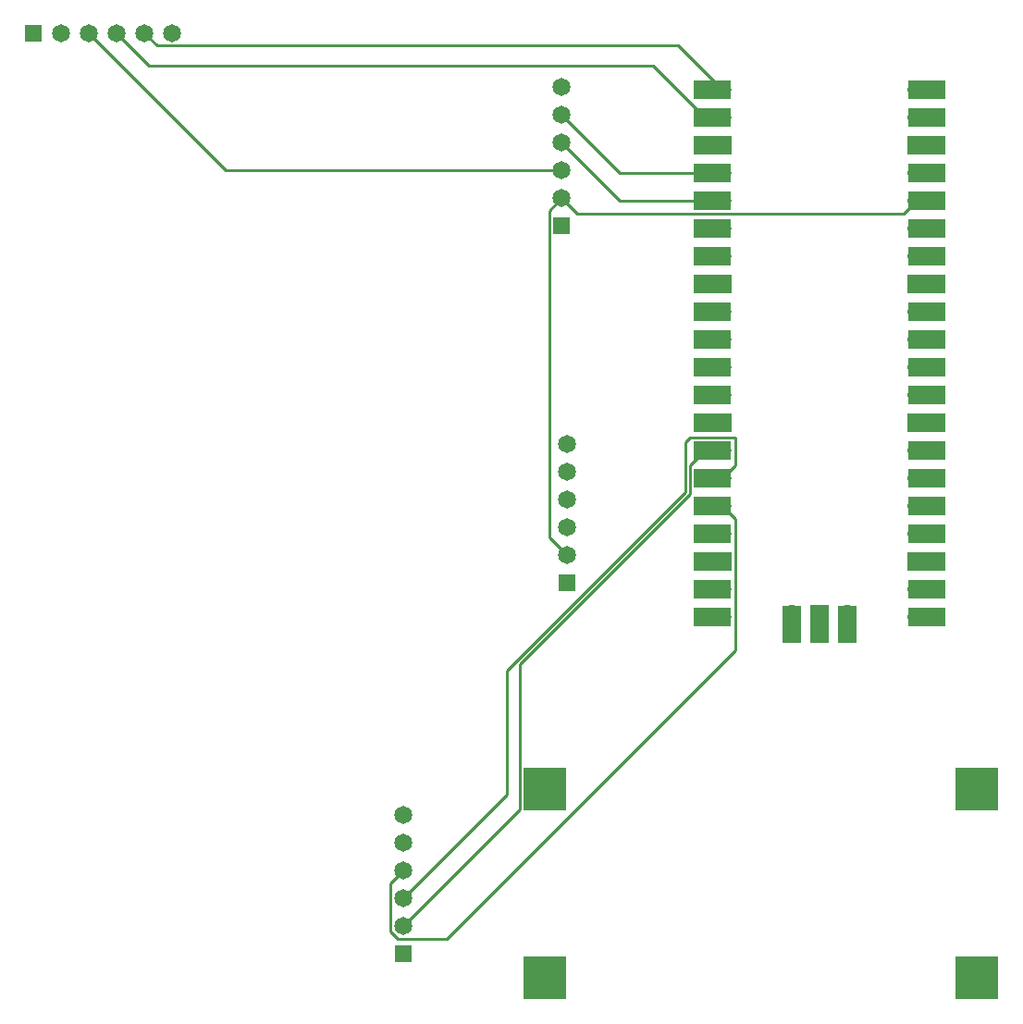
<source format=gbr>
%TF.GenerationSoftware,KiCad,Pcbnew,(7.0.0)*%
%TF.CreationDate,2023-04-17T20:28:16-05:00*%
%TF.ProjectId,PCB_Layout,5043425f-4c61-4796-9f75-742e6b696361,rev?*%
%TF.SameCoordinates,Original*%
%TF.FileFunction,Copper,L1,Top*%
%TF.FilePolarity,Positive*%
%FSLAX46Y46*%
G04 Gerber Fmt 4.6, Leading zero omitted, Abs format (unit mm)*
G04 Created by KiCad (PCBNEW (7.0.0)) date 2023-04-17 20:28:16*
%MOMM*%
%LPD*%
G01*
G04 APERTURE LIST*
%TA.AperFunction,ComponentPad*%
%ADD10R,1.650000X1.650000*%
%TD*%
%TA.AperFunction,ComponentPad*%
%ADD11C,1.650000*%
%TD*%
%TA.AperFunction,ComponentPad*%
%ADD12R,4.000000X4.000000*%
%TD*%
%TA.AperFunction,ComponentPad*%
%ADD13O,1.700000X1.700000*%
%TD*%
%TA.AperFunction,SMDPad,CuDef*%
%ADD14R,3.500000X1.700000*%
%TD*%
%TA.AperFunction,ComponentPad*%
%ADD15R,1.700000X1.700000*%
%TD*%
%TA.AperFunction,SMDPad,CuDef*%
%ADD16R,1.700000X3.500000*%
%TD*%
%TA.AperFunction,Conductor*%
%ADD17C,0.250000*%
%TD*%
G04 APERTURE END LIST*
D10*
%TO.P,MicroSD1,1,1*%
%TO.N,Net-(U2-GPIO13)*%
X145499999Y-125829999D03*
D11*
%TO.P,MicroSD1,2,2*%
%TO.N,Net-(U2-GPIO10)*%
X145500000Y-123290000D03*
%TO.P,MicroSD1,3,3*%
%TO.N,Net-(U2-GPIO11)*%
X145500000Y-120750000D03*
%TO.P,MicroSD1,4,4*%
%TO.N,Net-(U2-GPIO12)*%
X145500000Y-118210000D03*
%TO.P,MicroSD1,5,5*%
%TO.N,Net-(U1-+OUT)*%
X145500000Y-115670000D03*
%TO.P,MicroSD1,6,6*%
%TO.N,Net-(U1--OUT)*%
X145500000Y-113130000D03*
%TD*%
D10*
%TO.P,IMU1,1,1*%
%TO.N,unconnected-(IMU1-Pad1)*%
X160499999Y-91849999D03*
D11*
%TO.P,IMU1,2,2*%
%TO.N,Net-(U2-3V3)*%
X160500000Y-89310000D03*
%TO.P,IMU1,3,3*%
%TO.N,Net-(U1--OUT)*%
X160500000Y-86770000D03*
%TO.P,IMU1,4,4*%
%TO.N,Net-(U2-GPIO2)*%
X160500000Y-84230000D03*
%TO.P,IMU1,5,5*%
%TO.N,Net-(U2-GPIO3)*%
X160500000Y-81690000D03*
%TO.P,IMU1,6,6*%
%TO.N,unconnected-(IMU1-Pad6)*%
X160500000Y-79150000D03*
%TD*%
D12*
%TO.P,U1,1,+IN*%
%TO.N,unconnected-(U1-+IN-Pad1)*%
X197999999Y-127999999D03*
%TO.P,U1,2,-IN*%
%TO.N,unconnected-(U1--IN-Pad2)*%
X197999999Y-110749999D03*
%TO.P,U1,3,+OUT*%
%TO.N,Net-(U1-+OUT)*%
X158499999Y-127999999D03*
%TO.P,U1,4,-OUT*%
%TO.N,Net-(U1--OUT)*%
X158499999Y-110749999D03*
%TD*%
D10*
%TO.P,Radio1,1,1*%
%TO.N,unconnected-(Radio1-Pad1)*%
X111649999Y-41522499D03*
D11*
%TO.P,Radio1,2,2*%
%TO.N,Net-(U1-+OUT)*%
X114190000Y-41522500D03*
%TO.P,Radio1,3,3*%
%TO.N,Net-(U1--OUT)*%
X116730000Y-41522500D03*
%TO.P,Radio1,4,4*%
%TO.N,Net-(U2-GPIO1)*%
X119270000Y-41522500D03*
%TO.P,Radio1,5,5*%
%TO.N,Net-(U2-GPIO0)*%
X121810000Y-41522500D03*
%TO.P,Radio1,6,6*%
%TO.N,unconnected-(Radio1-Pad6)*%
X124350000Y-41522500D03*
%TD*%
D13*
%TO.P,U2,1,GPIO0*%
%TO.N,Net-(U2-GPIO0)*%
X174719999Y-46719999D03*
D14*
X173819999Y-46719999D03*
D13*
%TO.P,U2,2,GPIO1*%
%TO.N,Net-(U2-GPIO1)*%
X174719999Y-49259999D03*
D14*
X173819999Y-49259999D03*
D15*
%TO.P,U2,3,GND*%
%TO.N,Net-(U1--OUT)*%
X174719999Y-51799999D03*
D14*
X173819999Y-51799999D03*
D13*
%TO.P,U2,4,GPIO2*%
%TO.N,Net-(U2-GPIO2)*%
X174719999Y-54339999D03*
D14*
X173819999Y-54339999D03*
D13*
%TO.P,U2,5,GPIO3*%
%TO.N,Net-(U2-GPIO3)*%
X174719999Y-56879999D03*
D14*
X173819999Y-56879999D03*
D13*
%TO.P,U2,6,GPIO4*%
%TO.N,unconnected-(U2-GPIO4-Pad6)*%
X174719999Y-59419999D03*
D14*
X173819999Y-59419999D03*
D13*
%TO.P,U2,7,GPIO5*%
%TO.N,unconnected-(U2-GPIO5-Pad7)*%
X174719999Y-61959999D03*
D14*
X173819999Y-61959999D03*
D15*
%TO.P,U2,8,GND*%
%TO.N,Net-(U1--OUT)*%
X174719999Y-64499999D03*
D14*
X173819999Y-64499999D03*
D13*
%TO.P,U2,9,GPIO6*%
%TO.N,unconnected-(U2-GPIO6-Pad9)*%
X174719999Y-67039999D03*
D14*
X173819999Y-67039999D03*
D13*
%TO.P,U2,10,GPIO7*%
%TO.N,unconnected-(U2-GPIO7-Pad10)*%
X174719999Y-69579999D03*
D14*
X173819999Y-69579999D03*
D13*
%TO.P,U2,11,GPIO8*%
%TO.N,unconnected-(U2-GPIO8-Pad11)*%
X174719999Y-72119999D03*
D14*
X173819999Y-72119999D03*
D13*
%TO.P,U2,12,GPIO9*%
%TO.N,unconnected-(U2-GPIO9-Pad12)*%
X174719999Y-74659999D03*
D14*
X173819999Y-74659999D03*
D15*
%TO.P,U2,13,GND*%
%TO.N,Net-(U1--OUT)*%
X174719999Y-77199999D03*
D14*
X173819999Y-77199999D03*
D13*
%TO.P,U2,14,GPIO10*%
%TO.N,Net-(U2-GPIO10)*%
X174719999Y-79739999D03*
D14*
X173819999Y-79739999D03*
D13*
%TO.P,U2,15,GPIO11*%
%TO.N,Net-(U2-GPIO11)*%
X174719999Y-82279999D03*
D14*
X173819999Y-82279999D03*
D13*
%TO.P,U2,16,GPIO12*%
%TO.N,Net-(U2-GPIO12)*%
X174719999Y-84819999D03*
D14*
X173819999Y-84819999D03*
D13*
%TO.P,U2,17,GPIO13*%
%TO.N,Net-(U2-GPIO13)*%
X174719999Y-87359999D03*
D14*
X173819999Y-87359999D03*
D15*
%TO.P,U2,18,GND*%
%TO.N,Net-(U1--OUT)*%
X174719999Y-89899999D03*
D14*
X173819999Y-89899999D03*
D13*
%TO.P,U2,19,GPIO14*%
%TO.N,unconnected-(U2-GPIO14-Pad19)*%
X174719999Y-92439999D03*
D14*
X173819999Y-92439999D03*
D13*
%TO.P,U2,20,GPIO15*%
%TO.N,unconnected-(U2-GPIO15-Pad20)*%
X174719999Y-94979999D03*
D14*
X173819999Y-94979999D03*
D13*
%TO.P,U2,21,GPIO16*%
%TO.N,unconnected-(U2-GPIO16-Pad21)*%
X192499999Y-94979999D03*
D14*
X193399999Y-94979999D03*
D13*
%TO.P,U2,22,GPIO17*%
%TO.N,unconnected-(U2-GPIO17-Pad22)*%
X192499999Y-92439999D03*
D14*
X193399999Y-92439999D03*
D15*
%TO.P,U2,23,GND*%
%TO.N,Net-(U1--OUT)*%
X192499999Y-89899999D03*
D14*
X193399999Y-89899999D03*
D13*
%TO.P,U2,24,GPIO18*%
%TO.N,unconnected-(U2-GPIO18-Pad24)*%
X192499999Y-87359999D03*
D14*
X193399999Y-87359999D03*
D13*
%TO.P,U2,25,GPIO19*%
%TO.N,unconnected-(U2-GPIO19-Pad25)*%
X192499999Y-84819999D03*
D14*
X193399999Y-84819999D03*
D13*
%TO.P,U2,26,GPIO20*%
%TO.N,unconnected-(U2-GPIO20-Pad26)*%
X192499999Y-82279999D03*
D14*
X193399999Y-82279999D03*
D13*
%TO.P,U2,27,GPIO21*%
%TO.N,unconnected-(U2-GPIO21-Pad27)*%
X192499999Y-79739999D03*
D14*
X193399999Y-79739999D03*
D15*
%TO.P,U2,28,GND*%
%TO.N,Net-(U1--OUT)*%
X192499999Y-77199999D03*
D14*
X193399999Y-77199999D03*
D13*
%TO.P,U2,29,GPIO22*%
%TO.N,unconnected-(U2-GPIO22-Pad29)*%
X192499999Y-74659999D03*
D14*
X193399999Y-74659999D03*
D13*
%TO.P,U2,30,RUN*%
%TO.N,unconnected-(U2-RUN-Pad30)*%
X192499999Y-72119999D03*
D14*
X193399999Y-72119999D03*
D13*
%TO.P,U2,31,GPIO26_ADC0*%
%TO.N,unconnected-(U2-GPIO26_ADC0-Pad31)*%
X192499999Y-69579999D03*
D14*
X193399999Y-69579999D03*
D13*
%TO.P,U2,32,GPIO27_ADC1*%
%TO.N,unconnected-(U2-GPIO27_ADC1-Pad32)*%
X192499999Y-67039999D03*
D14*
X193399999Y-67039999D03*
D15*
%TO.P,U2,33,AGND*%
%TO.N,unconnected-(U2-AGND-Pad33)*%
X192499999Y-64499999D03*
D14*
X193399999Y-64499999D03*
D13*
%TO.P,U2,34,GPIO28_ADC2*%
%TO.N,unconnected-(U2-GPIO28_ADC2-Pad34)*%
X192499999Y-61959999D03*
D14*
X193399999Y-61959999D03*
D13*
%TO.P,U2,35,ADC_VREF*%
%TO.N,unconnected-(U2-ADC_VREF-Pad35)*%
X192499999Y-59419999D03*
D14*
X193399999Y-59419999D03*
D13*
%TO.P,U2,36,3V3*%
%TO.N,Net-(U2-3V3)*%
X192499999Y-56879999D03*
D14*
X193399999Y-56879999D03*
D13*
%TO.P,U2,37,3V3_EN*%
%TO.N,unconnected-(U2-3V3_EN-Pad37)*%
X192499999Y-54339999D03*
D14*
X193399999Y-54339999D03*
D15*
%TO.P,U2,38,GND*%
%TO.N,Net-(U1--OUT)*%
X192499999Y-51799999D03*
D14*
X193399999Y-51799999D03*
D13*
%TO.P,U2,39,VSYS*%
%TO.N,unconnected-(U2-VSYS-Pad39)*%
X192499999Y-49259999D03*
D14*
X193399999Y-49259999D03*
D13*
%TO.P,U2,40,VBUS*%
%TO.N,Net-(U1-+OUT)*%
X192499999Y-46719999D03*
D14*
X193399999Y-46719999D03*
D13*
%TO.P,U2,41,SWCLK*%
%TO.N,unconnected-(U2-SWCLK-Pad41)*%
X181069999Y-94749999D03*
D16*
X181069999Y-95649999D03*
D15*
%TO.P,U2,42,GND*%
%TO.N,unconnected-(U2-GND-Pad42)*%
X183609999Y-94749999D03*
D16*
X183609999Y-95649999D03*
D13*
%TO.P,U2,43,SWDIO*%
%TO.N,unconnected-(U2-SWDIO-Pad43)*%
X186149999Y-94749999D03*
D16*
X186149999Y-95649999D03*
%TD*%
D10*
%TO.P,GPS1,1,1*%
%TO.N,unconnected-(GPS1-Pad1)*%
X159999999Y-59159999D03*
D11*
%TO.P,GPS1,2,2*%
%TO.N,Net-(U2-3V3)*%
X160000000Y-56620000D03*
%TO.P,GPS1,3,3*%
%TO.N,Net-(U1--OUT)*%
X160000000Y-54080000D03*
%TO.P,GPS1,4,4*%
%TO.N,Net-(U2-GPIO3)*%
X160000000Y-51540000D03*
%TO.P,GPS1,5,5*%
%TO.N,Net-(U2-GPIO2)*%
X160000000Y-49000000D03*
%TO.P,GPS1,6,6*%
%TO.N,unconnected-(GPS1-Pad6)*%
X160000000Y-46460000D03*
%TD*%
D17*
%TO.N,Net-(U2-GPIO2)*%
X165340000Y-54340000D02*
X174720000Y-54340000D01*
X160000000Y-49000000D02*
X165340000Y-54340000D01*
%TO.N,Net-(U2-GPIO3)*%
X160000000Y-51540000D02*
X165340000Y-56880000D01*
X165340000Y-56880000D02*
X174720000Y-56880000D01*
%TO.N,Net-(U2-3V3)*%
X158850000Y-57770000D02*
X158850000Y-87660000D01*
X160000000Y-56620000D02*
X158850000Y-57770000D01*
X161435000Y-58055000D02*
X191325000Y-58055000D01*
X191325000Y-58055000D02*
X192500000Y-56880000D01*
X158850000Y-87660000D02*
X160500000Y-89310000D01*
X160000000Y-56620000D02*
X161435000Y-58055000D01*
%TO.N,Net-(U2-GPIO12)*%
X144350000Y-119360000D02*
X144350000Y-123766346D01*
X149460000Y-124440000D02*
X175895000Y-98005000D01*
X145023654Y-124440000D02*
X149460000Y-124440000D01*
X145500000Y-118210000D02*
X144350000Y-119360000D01*
X175895000Y-85995000D02*
X174720000Y-84820000D01*
X144350000Y-123766346D02*
X145023654Y-124440000D01*
X175895000Y-98005000D02*
X175895000Y-85995000D01*
%TO.N,Net-(U2-GPIO11)*%
X145500000Y-120750000D02*
X155000000Y-111250000D01*
X171745000Y-78565000D02*
X175895000Y-78565000D01*
X175895000Y-81105000D02*
X174720000Y-82280000D01*
X155000000Y-99863604D02*
X171295000Y-83568604D01*
X171295000Y-83568604D02*
X171295000Y-79015000D01*
X155000000Y-111250000D02*
X155000000Y-99863604D01*
X171295000Y-79015000D02*
X171745000Y-78565000D01*
X175895000Y-78565000D02*
X175895000Y-81105000D01*
%TO.N,Net-(U2-GPIO10)*%
X171745000Y-83755000D02*
X171745000Y-81105000D01*
X173110000Y-79740000D02*
X174720000Y-79740000D01*
X171745000Y-81105000D02*
X173110000Y-79740000D01*
X156175000Y-112615000D02*
X156175000Y-99325000D01*
X145500000Y-123290000D02*
X156175000Y-112615000D01*
X156175000Y-99325000D02*
X171745000Y-83755000D01*
%TO.N,Net-(U2-GPIO1)*%
X119270000Y-41522500D02*
X122247500Y-44500000D01*
X168350000Y-44500000D02*
X173110000Y-49260000D01*
X122247500Y-44500000D02*
X168350000Y-44500000D01*
X173110000Y-49260000D02*
X174720000Y-49260000D01*
%TO.N,Net-(U2-GPIO0)*%
X121810000Y-41522500D02*
X122960000Y-42672500D01*
X122960000Y-42672500D02*
X170672500Y-42672500D01*
X170672500Y-42672500D02*
X174720000Y-46720000D01*
%TO.N,Net-(U1--OUT)*%
X116730000Y-41522500D02*
X129287500Y-54080000D01*
X129287500Y-54080000D02*
X160000000Y-54080000D01*
%TD*%
M02*

</source>
